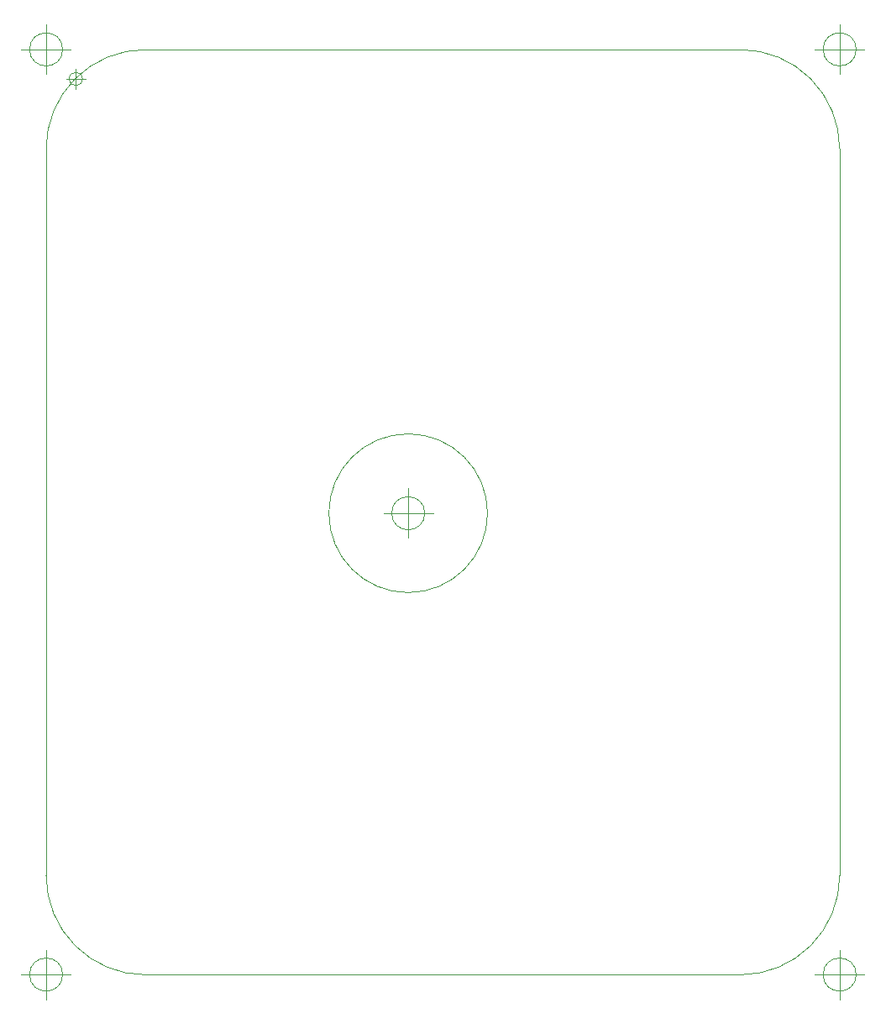
<source format=gm1>
%TF.GenerationSoftware,KiCad,Pcbnew,(6.0.1)*%
%TF.CreationDate,2022-04-29T11:40:25-05:00*%
%TF.ProjectId,Power_KiCAD_Project,506f7765-725f-44b6-9943-41445f50726f,rev?*%
%TF.SameCoordinates,Original*%
%TF.FileFunction,Profile,NP*%
%FSLAX46Y46*%
G04 Gerber Fmt 4.6, Leading zero omitted, Abs format (unit mm)*
G04 Created by KiCad (PCBNEW (6.0.1)) date 2022-04-29 11:40:25*
%MOMM*%
%LPD*%
G01*
G04 APERTURE LIST*
%TA.AperFunction,Profile*%
%ADD10C,0.050000*%
%TD*%
%TA.AperFunction,Profile*%
%ADD11C,0.100000*%
%TD*%
G04 APERTURE END LIST*
D10*
X124500000Y-98500000D02*
G75*
G03*
X124500000Y-98500000I-8000000J0D01*
G01*
X90000000Y-51775000D02*
G75*
G03*
X80000000Y-61775000I-1J-9999999D01*
G01*
D11*
X80000000Y-135025000D02*
X80000000Y-61775000D01*
X160000000Y-61775000D02*
X160000000Y-135025000D01*
D10*
X160000000Y-61775000D02*
G75*
G03*
X150000000Y-51775000I-9999999J1D01*
G01*
D11*
X90000000Y-51775000D02*
X150000000Y-51775000D01*
D10*
X80000000Y-135025000D02*
G75*
G03*
X90000000Y-145025000I9999999J-1D01*
G01*
D11*
X150000000Y-145025000D02*
X90000000Y-145025000D01*
D10*
X150000000Y-145025000D02*
G75*
G03*
X160000000Y-135025000I1J9999999D01*
G01*
X81666666Y-51750000D02*
G75*
G03*
X81666666Y-51750000I-1666666J0D01*
G01*
X77500000Y-51750000D02*
X82500000Y-51750000D01*
X80000000Y-49250000D02*
X80000000Y-54250000D01*
X161666666Y-51750000D02*
G75*
G03*
X161666666Y-51750000I-1666666J0D01*
G01*
X157500000Y-51750000D02*
X162500000Y-51750000D01*
X160000000Y-49250000D02*
X160000000Y-54250000D01*
X83666666Y-54725000D02*
G75*
G03*
X83666666Y-54725000I-666666J0D01*
G01*
X82000000Y-54725000D02*
X84000000Y-54725000D01*
X83000000Y-53725000D02*
X83000000Y-55725000D01*
X118166666Y-98500000D02*
G75*
G03*
X118166666Y-98500000I-1666666J0D01*
G01*
X114000000Y-98500000D02*
X119000000Y-98500000D01*
X116500000Y-96000000D02*
X116500000Y-101000000D01*
X161666666Y-145000000D02*
G75*
G03*
X161666666Y-145000000I-1666666J0D01*
G01*
X157500000Y-145000000D02*
X162500000Y-145000000D01*
X160000000Y-142500000D02*
X160000000Y-147500000D01*
X81666666Y-145000000D02*
G75*
G03*
X81666666Y-145000000I-1666666J0D01*
G01*
X77500000Y-145000000D02*
X82500000Y-145000000D01*
X80000000Y-142500000D02*
X80000000Y-147500000D01*
M02*

</source>
